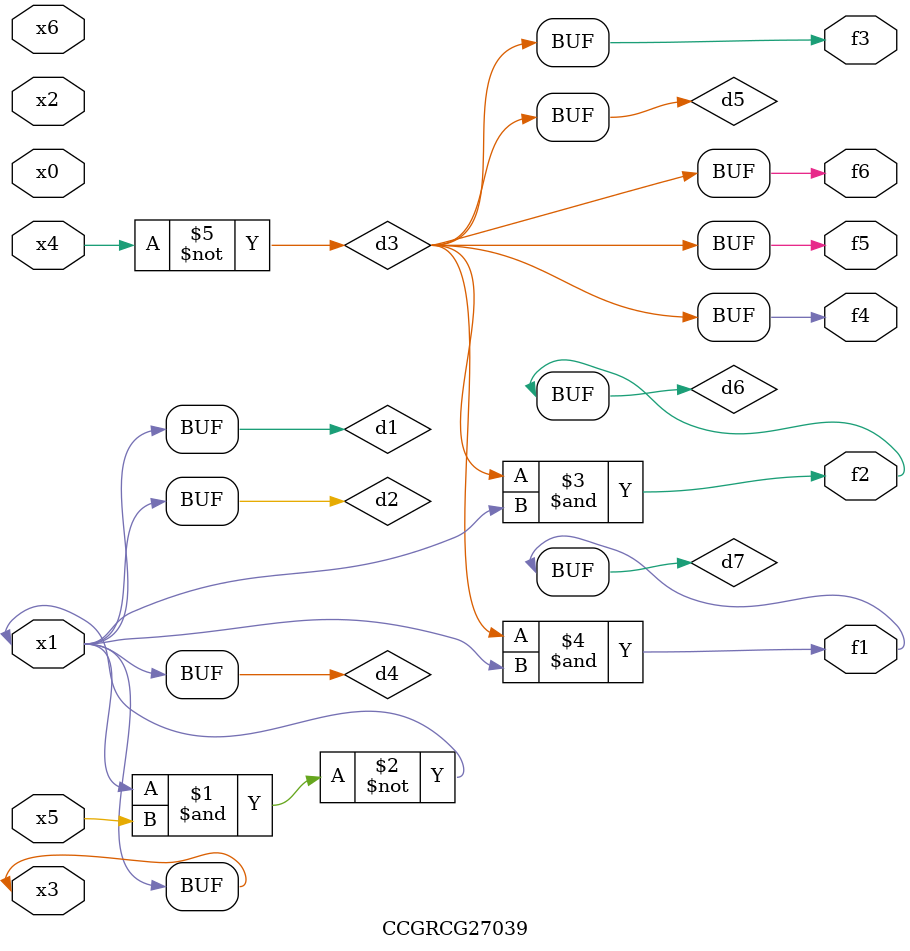
<source format=v>
module CCGRCG27039(
	input x0, x1, x2, x3, x4, x5, x6,
	output f1, f2, f3, f4, f5, f6
);

	wire d1, d2, d3, d4, d5, d6, d7;

	buf (d1, x1, x3);
	nand (d2, x1, x5);
	not (d3, x4);
	buf (d4, d1, d2);
	buf (d5, d3);
	and (d6, d3, d4);
	and (d7, d3, d4);
	assign f1 = d7;
	assign f2 = d6;
	assign f3 = d5;
	assign f4 = d5;
	assign f5 = d5;
	assign f6 = d5;
endmodule

</source>
